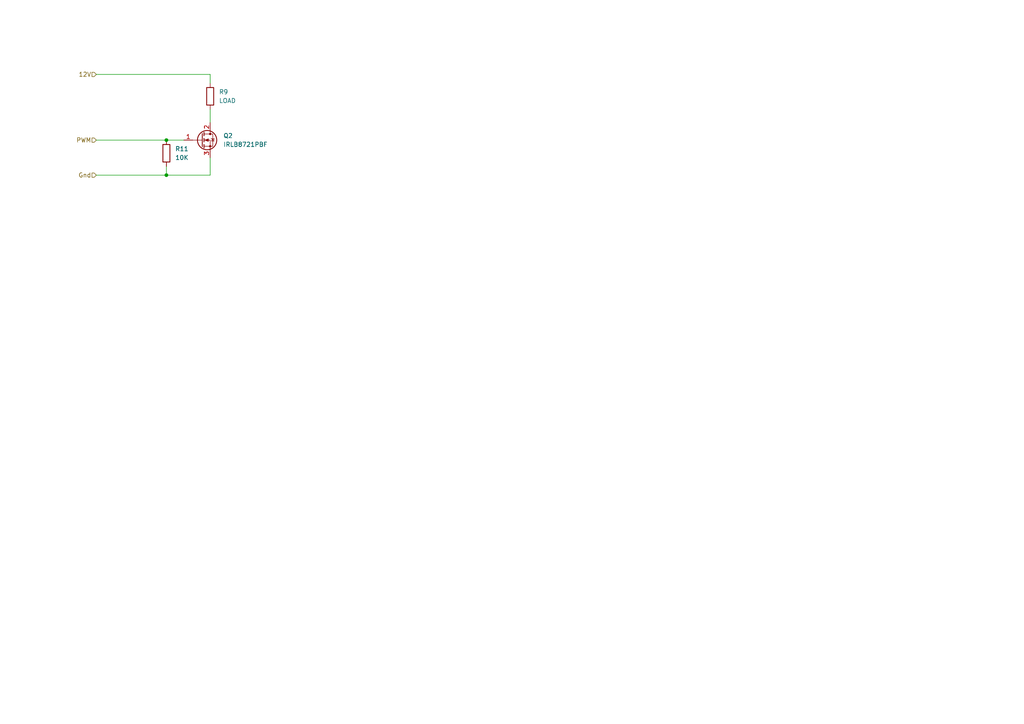
<source format=kicad_sch>
(kicad_sch (version 20250114) (generator "eeschema") (generator_version "9.0")
  (paper "A4")
  (lib_symbols
    (symbol "Device:R" (pin_numbers (hide yes)) (pin_names (offset 0))
      (property "Reference" "R" (at 2.032 0 90))
      (property "Value" "R" (at 0 0 90))
      (symbol "R_0_1"
        (rectangle (start -1.016 -2.54) (end 1.016 2.54) (stroke (width 0.254)))
      )
      (symbol "R_1_1"
        (pin passive line (at 0 3.81 270) (length 1.27) (name "~") (number "1"))
        (pin passive line (at 0 -3.81 90) (length 1.27) (name "~") (number "2"))
      )
    )
    (symbol "Transistor_FET:IRLB8721PBF" (pin_names (hide yes))
      (property "Reference" "Q" (at 5.08 1.905 0))
      (property "Value" "IRLB8721PBF" (at 5.08 0 0))
      (symbol "IRLB8721PBF_0_1"
        (polyline (pts (xy 0.254 1.905) (xy 0.254 -1.905)) (stroke (width 0.254)))
        (polyline (pts (xy 0.254 0) (xy -2.54 0)))
        (polyline (pts (xy 0.762 2.286) (xy 0.762 1.27)) (stroke (width 0.254)))
        (polyline (pts (xy 0.762 0.508) (xy 0.762 -0.508)) (stroke (width 0.254)))
        (polyline (pts (xy 0.762 -1.27) (xy 0.762 -2.286)) (stroke (width 0.254)))
        (polyline (pts (xy 0.762 -1.778) (xy 3.302 -1.778) (xy 3.302 1.778) (xy 0.762 1.778)))
        (polyline (pts (xy 1.016 0) (xy 2.032 0.381) (xy 2.032 -0.381) (xy 1.016 0)) (fill (type outline)))
        (circle (center 1.651 0) (radius 2.794) (stroke (width 0.254)))
        (polyline (pts (xy 2.54 2.54) (xy 2.54 1.778)))
        (circle (center 2.54 1.778) (radius 0.254) (fill (type outline)))
        (circle (center 2.54 -1.778) (radius 0.254) (fill (type outline)))
        (polyline (pts (xy 2.54 -2.54) (xy 2.54 0) (xy 0.762 0)))
        (polyline (pts (xy 2.794 0.508) (xy 2.921 0.381) (xy 3.683 0.381) (xy 3.81 0.254)))
        (polyline (pts (xy 3.302 0.381) (xy 2.921 -0.254) (xy 3.683 -0.254) (xy 3.302 0.381)))
      )
      (symbol "IRLB8721PBF_1_1"
        (pin input line (at -5.08 0 0) (length 2.54) (name "G") (number "1"))
        (pin passive line (at 2.54 5.08 270) (length 2.54) (name "D") (number "2"))
        (pin passive line (at 2.54 -5.08 90) (length 2.54) (name "S") (number "3"))
      )
    )
  )
  (junction (at 48.26 40.64))
  (junction (at 48.26 50.8))
  (wire (pts (xy 48.26 48.26) (xy 48.26 50.8)))
  (wire (pts (xy 48.26 50.8) (xy 60.96 50.8)))
  (wire (pts (xy 27.94 40.64) (xy 48.26 40.64)))
  (wire (pts (xy 60.96 21.59) (xy 60.96 24.13)))
  (wire (pts (xy 60.96 50.8) (xy 60.96 45.72)))
  (wire (pts (xy 60.96 31.75) (xy 60.96 35.56)))
  (wire (pts (xy 27.94 21.59) (xy 60.96 21.59)))
  (wire (pts (xy 27.94 50.8) (xy 48.26 50.8)))
  (wire (pts (xy 48.26 40.64) (xy 53.34 40.64)))
  (hierarchical_label "12V" (shape input) (at 27.94 21.59 180))
  (hierarchical_label "Gnd" (shape input) (at 27.94 50.8 180))
  (hierarchical_label "PWM" (shape input) (at 27.94 40.64 180))
  (symbol (lib_id "Device:R") (at 60.96 27.94 0) (unit 1)
    (property "Reference" "R8" (at 63.5 26.6699 0) (effects (justify left)))
    (property "Value" "LOAD" (at 63.5 29.2099 0) (effects (justify left)))
    (property "Footprint" "Connector_JST:JST_XH_B2B-XH-A_1x02_P2.50mm_Vertical" (effects (hide yes)))
    (property "Description" "Resistor" (effects (hide yes)))
    (instances (project "MainBoard" (path "" (reference "R9") (unit 1)) (path "" (reference "R8") (unit 1))))
  )
  (symbol (lib_id "Device:R") (at 48.26 44.45 0) (unit 1)
    (property "Reference" "R10" (at 50.8 43.1799 0) (effects (justify left)))
    (property "Value" "10K" (at 50.8 45.7199 0) (effects (justify left)))
    (property "Footprint" "Resistor_THT:R_Axial_DIN0204_L3.6mm_D1.6mm_P5.08mm_Horizontal" (effects (hide yes)))
    (property "Description" "Resistor" (effects (hide yes)))
    (instances (project "MainBoard" (path "" (reference "R11") (unit 1)) (path "" (reference "R10") (unit 1))))
  )
  (symbol (lib_id "Transistor_FET:IRLB8721PBF") (at 58.42 40.64 0) (unit 1)
    (property "Reference" "Q1" (at 64.77 39.3699 0) (effects (justify left)))
    (property "Value" "IRLB8721PBF" (at 64.77 41.9099 0) (effects (justify left)))
    (property "Footprint" "Package_TO_SOT_THT:TO-220-3_Vertical" (effects (hide yes)))
    (property "Datasheet" "http://www.infineon.com/dgdl/irlb8721pbf.pdf?fileId=5546d462533600a40153566056732591" (effects (hide yes)))
    (property "Description" "62A Id, 30V Vds, 8.7 mOhm Rds, N-Channel HEXFET Power MOSFET, TO-220" (effects (hide yes)))
    (instances (project "MainBoard" (path "" (reference "Q2") (unit 1)) (path "" (reference "Q1") (unit 1))))
  )
)
</source>
